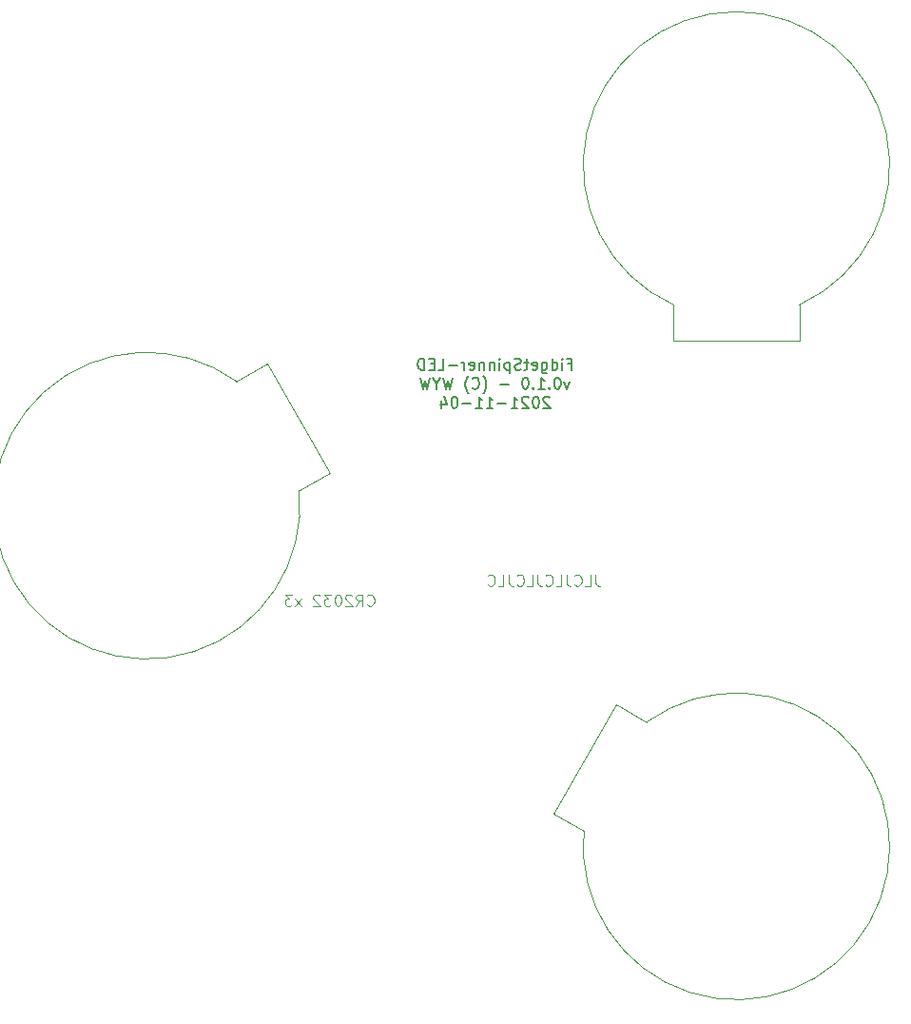
<source format=gbr>
%TF.GenerationSoftware,KiCad,Pcbnew,(5.1.9-0-10_14)*%
%TF.CreationDate,2021-08-30T14:03:39+08:00*%
%TF.ProjectId,FidgetSpinner,46696467-6574-4537-9069-6e6e65722e6b,rev?*%
%TF.SameCoordinates,Original*%
%TF.FileFunction,Legend,Bot*%
%TF.FilePolarity,Positive*%
%FSLAX46Y46*%
G04 Gerber Fmt 4.6, Leading zero omitted, Abs format (unit mm)*
G04 Created by KiCad (PCBNEW (5.1.9-0-10_14)) date 2021-08-30 14:03:39*
%MOMM*%
%LPD*%
G01*
G04 APERTURE LIST*
%ADD10C,0.200000*%
%ADD11C,0.100000*%
%ADD12C,0.120000*%
G04 APERTURE END LIST*
D10*
X102512000Y-87382571D02*
X102845333Y-87382571D01*
X102845333Y-87906380D02*
X102845333Y-86906380D01*
X102369142Y-86906380D01*
X101988190Y-87906380D02*
X101988190Y-87239714D01*
X101988190Y-86906380D02*
X102035809Y-86954000D01*
X101988190Y-87001619D01*
X101940571Y-86954000D01*
X101988190Y-86906380D01*
X101988190Y-87001619D01*
X101083428Y-87906380D02*
X101083428Y-86906380D01*
X101083428Y-87858761D02*
X101178666Y-87906380D01*
X101369142Y-87906380D01*
X101464380Y-87858761D01*
X101512000Y-87811142D01*
X101559619Y-87715904D01*
X101559619Y-87430190D01*
X101512000Y-87334952D01*
X101464380Y-87287333D01*
X101369142Y-87239714D01*
X101178666Y-87239714D01*
X101083428Y-87287333D01*
X100178666Y-87239714D02*
X100178666Y-88049238D01*
X100226285Y-88144476D01*
X100273904Y-88192095D01*
X100369142Y-88239714D01*
X100512000Y-88239714D01*
X100607238Y-88192095D01*
X100178666Y-87858761D02*
X100273904Y-87906380D01*
X100464380Y-87906380D01*
X100559619Y-87858761D01*
X100607238Y-87811142D01*
X100654857Y-87715904D01*
X100654857Y-87430190D01*
X100607238Y-87334952D01*
X100559619Y-87287333D01*
X100464380Y-87239714D01*
X100273904Y-87239714D01*
X100178666Y-87287333D01*
X99321523Y-87858761D02*
X99416761Y-87906380D01*
X99607238Y-87906380D01*
X99702476Y-87858761D01*
X99750095Y-87763523D01*
X99750095Y-87382571D01*
X99702476Y-87287333D01*
X99607238Y-87239714D01*
X99416761Y-87239714D01*
X99321523Y-87287333D01*
X99273904Y-87382571D01*
X99273904Y-87477809D01*
X99750095Y-87573047D01*
X98988190Y-87239714D02*
X98607238Y-87239714D01*
X98845333Y-86906380D02*
X98845333Y-87763523D01*
X98797714Y-87858761D01*
X98702476Y-87906380D01*
X98607238Y-87906380D01*
X98321523Y-87858761D02*
X98178666Y-87906380D01*
X97940571Y-87906380D01*
X97845333Y-87858761D01*
X97797714Y-87811142D01*
X97750095Y-87715904D01*
X97750095Y-87620666D01*
X97797714Y-87525428D01*
X97845333Y-87477809D01*
X97940571Y-87430190D01*
X98131047Y-87382571D01*
X98226285Y-87334952D01*
X98273904Y-87287333D01*
X98321523Y-87192095D01*
X98321523Y-87096857D01*
X98273904Y-87001619D01*
X98226285Y-86954000D01*
X98131047Y-86906380D01*
X97892952Y-86906380D01*
X97750095Y-86954000D01*
X97321523Y-87239714D02*
X97321523Y-88239714D01*
X97321523Y-87287333D02*
X97226285Y-87239714D01*
X97035809Y-87239714D01*
X96940571Y-87287333D01*
X96892952Y-87334952D01*
X96845333Y-87430190D01*
X96845333Y-87715904D01*
X96892952Y-87811142D01*
X96940571Y-87858761D01*
X97035809Y-87906380D01*
X97226285Y-87906380D01*
X97321523Y-87858761D01*
X96416761Y-87906380D02*
X96416761Y-87239714D01*
X96416761Y-86906380D02*
X96464380Y-86954000D01*
X96416761Y-87001619D01*
X96369142Y-86954000D01*
X96416761Y-86906380D01*
X96416761Y-87001619D01*
X95940571Y-87239714D02*
X95940571Y-87906380D01*
X95940571Y-87334952D02*
X95892952Y-87287333D01*
X95797714Y-87239714D01*
X95654857Y-87239714D01*
X95559619Y-87287333D01*
X95512000Y-87382571D01*
X95512000Y-87906380D01*
X95035809Y-87239714D02*
X95035809Y-87906380D01*
X95035809Y-87334952D02*
X94988190Y-87287333D01*
X94892952Y-87239714D01*
X94750095Y-87239714D01*
X94654857Y-87287333D01*
X94607238Y-87382571D01*
X94607238Y-87906380D01*
X93750095Y-87858761D02*
X93845333Y-87906380D01*
X94035809Y-87906380D01*
X94131047Y-87858761D01*
X94178666Y-87763523D01*
X94178666Y-87382571D01*
X94131047Y-87287333D01*
X94035809Y-87239714D01*
X93845333Y-87239714D01*
X93750095Y-87287333D01*
X93702476Y-87382571D01*
X93702476Y-87477809D01*
X94178666Y-87573047D01*
X93273904Y-87906380D02*
X93273904Y-87239714D01*
X93273904Y-87430190D02*
X93226285Y-87334952D01*
X93178666Y-87287333D01*
X93083428Y-87239714D01*
X92988190Y-87239714D01*
X92654857Y-87525428D02*
X91892952Y-87525428D01*
X90940571Y-87906380D02*
X91416761Y-87906380D01*
X91416761Y-86906380D01*
X90607238Y-87382571D02*
X90273904Y-87382571D01*
X90131047Y-87906380D02*
X90607238Y-87906380D01*
X90607238Y-86906380D01*
X90131047Y-86906380D01*
X89702476Y-87906380D02*
X89702476Y-86906380D01*
X89464380Y-86906380D01*
X89321523Y-86954000D01*
X89226285Y-87049238D01*
X89178666Y-87144476D01*
X89131047Y-87334952D01*
X89131047Y-87477809D01*
X89178666Y-87668285D01*
X89226285Y-87763523D01*
X89321523Y-87858761D01*
X89464380Y-87906380D01*
X89702476Y-87906380D01*
X102654857Y-88939714D02*
X102416761Y-89606380D01*
X102178666Y-88939714D01*
X101607238Y-88606380D02*
X101512000Y-88606380D01*
X101416761Y-88654000D01*
X101369142Y-88701619D01*
X101321523Y-88796857D01*
X101273904Y-88987333D01*
X101273904Y-89225428D01*
X101321523Y-89415904D01*
X101369142Y-89511142D01*
X101416761Y-89558761D01*
X101512000Y-89606380D01*
X101607238Y-89606380D01*
X101702476Y-89558761D01*
X101750095Y-89511142D01*
X101797714Y-89415904D01*
X101845333Y-89225428D01*
X101845333Y-88987333D01*
X101797714Y-88796857D01*
X101750095Y-88701619D01*
X101702476Y-88654000D01*
X101607238Y-88606380D01*
X100845333Y-89511142D02*
X100797714Y-89558761D01*
X100845333Y-89606380D01*
X100892952Y-89558761D01*
X100845333Y-89511142D01*
X100845333Y-89606380D01*
X99845333Y-89606380D02*
X100416761Y-89606380D01*
X100131047Y-89606380D02*
X100131047Y-88606380D01*
X100226285Y-88749238D01*
X100321523Y-88844476D01*
X100416761Y-88892095D01*
X99416761Y-89511142D02*
X99369142Y-89558761D01*
X99416761Y-89606380D01*
X99464380Y-89558761D01*
X99416761Y-89511142D01*
X99416761Y-89606380D01*
X98750095Y-88606380D02*
X98654857Y-88606380D01*
X98559619Y-88654000D01*
X98512000Y-88701619D01*
X98464380Y-88796857D01*
X98416761Y-88987333D01*
X98416761Y-89225428D01*
X98464380Y-89415904D01*
X98512000Y-89511142D01*
X98559619Y-89558761D01*
X98654857Y-89606380D01*
X98750095Y-89606380D01*
X98845333Y-89558761D01*
X98892952Y-89511142D01*
X98940571Y-89415904D01*
X98988190Y-89225428D01*
X98988190Y-88987333D01*
X98940571Y-88796857D01*
X98892952Y-88701619D01*
X98845333Y-88654000D01*
X98750095Y-88606380D01*
X97226285Y-89225428D02*
X96464380Y-89225428D01*
X94940571Y-89987333D02*
X94988190Y-89939714D01*
X95083428Y-89796857D01*
X95131047Y-89701619D01*
X95178666Y-89558761D01*
X95226285Y-89320666D01*
X95226285Y-89130190D01*
X95178666Y-88892095D01*
X95131047Y-88749238D01*
X95083428Y-88654000D01*
X94988190Y-88511142D01*
X94940571Y-88463523D01*
X93988190Y-89511142D02*
X94035809Y-89558761D01*
X94178666Y-89606380D01*
X94273904Y-89606380D01*
X94416761Y-89558761D01*
X94512000Y-89463523D01*
X94559619Y-89368285D01*
X94607238Y-89177809D01*
X94607238Y-89034952D01*
X94559619Y-88844476D01*
X94512000Y-88749238D01*
X94416761Y-88654000D01*
X94273904Y-88606380D01*
X94178666Y-88606380D01*
X94035809Y-88654000D01*
X93988190Y-88701619D01*
X93654857Y-89987333D02*
X93607238Y-89939714D01*
X93512000Y-89796857D01*
X93464380Y-89701619D01*
X93416761Y-89558761D01*
X93369142Y-89320666D01*
X93369142Y-89130190D01*
X93416761Y-88892095D01*
X93464380Y-88749238D01*
X93512000Y-88654000D01*
X93607238Y-88511142D01*
X93654857Y-88463523D01*
X92226285Y-88606380D02*
X91988190Y-89606380D01*
X91797714Y-88892095D01*
X91607238Y-89606380D01*
X91369142Y-88606380D01*
X90797714Y-89130190D02*
X90797714Y-89606380D01*
X91131047Y-88606380D02*
X90797714Y-89130190D01*
X90464380Y-88606380D01*
X90226285Y-88606380D02*
X89988190Y-89606380D01*
X89797714Y-88892095D01*
X89607238Y-89606380D01*
X89369142Y-88606380D01*
X100869142Y-90401619D02*
X100821523Y-90354000D01*
X100726285Y-90306380D01*
X100488190Y-90306380D01*
X100392952Y-90354000D01*
X100345333Y-90401619D01*
X100297714Y-90496857D01*
X100297714Y-90592095D01*
X100345333Y-90734952D01*
X100916761Y-91306380D01*
X100297714Y-91306380D01*
X99678666Y-90306380D02*
X99583428Y-90306380D01*
X99488190Y-90354000D01*
X99440571Y-90401619D01*
X99392952Y-90496857D01*
X99345333Y-90687333D01*
X99345333Y-90925428D01*
X99392952Y-91115904D01*
X99440571Y-91211142D01*
X99488190Y-91258761D01*
X99583428Y-91306380D01*
X99678666Y-91306380D01*
X99773904Y-91258761D01*
X99821523Y-91211142D01*
X99869142Y-91115904D01*
X99916761Y-90925428D01*
X99916761Y-90687333D01*
X99869142Y-90496857D01*
X99821523Y-90401619D01*
X99773904Y-90354000D01*
X99678666Y-90306380D01*
X98964380Y-90401619D02*
X98916761Y-90354000D01*
X98821523Y-90306380D01*
X98583428Y-90306380D01*
X98488190Y-90354000D01*
X98440571Y-90401619D01*
X98392952Y-90496857D01*
X98392952Y-90592095D01*
X98440571Y-90734952D01*
X99012000Y-91306380D01*
X98392952Y-91306380D01*
X97440571Y-91306380D02*
X98012000Y-91306380D01*
X97726285Y-91306380D02*
X97726285Y-90306380D01*
X97821523Y-90449238D01*
X97916761Y-90544476D01*
X98012000Y-90592095D01*
X97012000Y-90925428D02*
X96250095Y-90925428D01*
X95250095Y-91306380D02*
X95821523Y-91306380D01*
X95535809Y-91306380D02*
X95535809Y-90306380D01*
X95631047Y-90449238D01*
X95726285Y-90544476D01*
X95821523Y-90592095D01*
X94297714Y-91306380D02*
X94869142Y-91306380D01*
X94583428Y-91306380D02*
X94583428Y-90306380D01*
X94678666Y-90449238D01*
X94773904Y-90544476D01*
X94869142Y-90592095D01*
X93869142Y-90925428D02*
X93107238Y-90925428D01*
X92440571Y-90306380D02*
X92345333Y-90306380D01*
X92250095Y-90354000D01*
X92202476Y-90401619D01*
X92154857Y-90496857D01*
X92107238Y-90687333D01*
X92107238Y-90925428D01*
X92154857Y-91115904D01*
X92202476Y-91211142D01*
X92250095Y-91258761D01*
X92345333Y-91306380D01*
X92440571Y-91306380D01*
X92535809Y-91258761D01*
X92583428Y-91211142D01*
X92631047Y-91115904D01*
X92678666Y-90925428D01*
X92678666Y-90687333D01*
X92631047Y-90496857D01*
X92583428Y-90401619D01*
X92535809Y-90354000D01*
X92440571Y-90306380D01*
X91250095Y-90639714D02*
X91250095Y-91306380D01*
X91488190Y-90258761D02*
X91726285Y-90973047D01*
X91107238Y-90973047D01*
D11*
X104949047Y-106132380D02*
X104949047Y-106846666D01*
X104996666Y-106989523D01*
X105091904Y-107084761D01*
X105234761Y-107132380D01*
X105330000Y-107132380D01*
X103996666Y-107132380D02*
X104472857Y-107132380D01*
X104472857Y-106132380D01*
X103091904Y-107037142D02*
X103139523Y-107084761D01*
X103282380Y-107132380D01*
X103377619Y-107132380D01*
X103520476Y-107084761D01*
X103615714Y-106989523D01*
X103663333Y-106894285D01*
X103710952Y-106703809D01*
X103710952Y-106560952D01*
X103663333Y-106370476D01*
X103615714Y-106275238D01*
X103520476Y-106180000D01*
X103377619Y-106132380D01*
X103282380Y-106132380D01*
X103139523Y-106180000D01*
X103091904Y-106227619D01*
X102377619Y-106132380D02*
X102377619Y-106846666D01*
X102425238Y-106989523D01*
X102520476Y-107084761D01*
X102663333Y-107132380D01*
X102758571Y-107132380D01*
X101425238Y-107132380D02*
X101901428Y-107132380D01*
X101901428Y-106132380D01*
X100520476Y-107037142D02*
X100568095Y-107084761D01*
X100710952Y-107132380D01*
X100806190Y-107132380D01*
X100949047Y-107084761D01*
X101044285Y-106989523D01*
X101091904Y-106894285D01*
X101139523Y-106703809D01*
X101139523Y-106560952D01*
X101091904Y-106370476D01*
X101044285Y-106275238D01*
X100949047Y-106180000D01*
X100806190Y-106132380D01*
X100710952Y-106132380D01*
X100568095Y-106180000D01*
X100520476Y-106227619D01*
X99806190Y-106132380D02*
X99806190Y-106846666D01*
X99853809Y-106989523D01*
X99949047Y-107084761D01*
X100091904Y-107132380D01*
X100187142Y-107132380D01*
X98853809Y-107132380D02*
X99330000Y-107132380D01*
X99330000Y-106132380D01*
X97949047Y-107037142D02*
X97996666Y-107084761D01*
X98139523Y-107132380D01*
X98234761Y-107132380D01*
X98377619Y-107084761D01*
X98472857Y-106989523D01*
X98520476Y-106894285D01*
X98568095Y-106703809D01*
X98568095Y-106560952D01*
X98520476Y-106370476D01*
X98472857Y-106275238D01*
X98377619Y-106180000D01*
X98234761Y-106132380D01*
X98139523Y-106132380D01*
X97996666Y-106180000D01*
X97949047Y-106227619D01*
X97234761Y-106132380D02*
X97234761Y-106846666D01*
X97282380Y-106989523D01*
X97377619Y-107084761D01*
X97520476Y-107132380D01*
X97615714Y-107132380D01*
X96282380Y-107132380D02*
X96758571Y-107132380D01*
X96758571Y-106132380D01*
X95377619Y-107037142D02*
X95425238Y-107084761D01*
X95568095Y-107132380D01*
X95663333Y-107132380D01*
X95806190Y-107084761D01*
X95901428Y-106989523D01*
X95949047Y-106894285D01*
X95996666Y-106703809D01*
X95996666Y-106560952D01*
X95949047Y-106370476D01*
X95901428Y-106275238D01*
X95806190Y-106180000D01*
X95663333Y-106132380D01*
X95568095Y-106132380D01*
X95425238Y-106180000D01*
X95377619Y-106227619D01*
X84637142Y-108815142D02*
X84684761Y-108862761D01*
X84827619Y-108910380D01*
X84922857Y-108910380D01*
X85065714Y-108862761D01*
X85160952Y-108767523D01*
X85208571Y-108672285D01*
X85256190Y-108481809D01*
X85256190Y-108338952D01*
X85208571Y-108148476D01*
X85160952Y-108053238D01*
X85065714Y-107958000D01*
X84922857Y-107910380D01*
X84827619Y-107910380D01*
X84684761Y-107958000D01*
X84637142Y-108005619D01*
X83637142Y-108910380D02*
X83970476Y-108434190D01*
X84208571Y-108910380D02*
X84208571Y-107910380D01*
X83827619Y-107910380D01*
X83732380Y-107958000D01*
X83684761Y-108005619D01*
X83637142Y-108100857D01*
X83637142Y-108243714D01*
X83684761Y-108338952D01*
X83732380Y-108386571D01*
X83827619Y-108434190D01*
X84208571Y-108434190D01*
X83256190Y-108005619D02*
X83208571Y-107958000D01*
X83113333Y-107910380D01*
X82875238Y-107910380D01*
X82780000Y-107958000D01*
X82732380Y-108005619D01*
X82684761Y-108100857D01*
X82684761Y-108196095D01*
X82732380Y-108338952D01*
X83303809Y-108910380D01*
X82684761Y-108910380D01*
X82065714Y-107910380D02*
X81970476Y-107910380D01*
X81875238Y-107958000D01*
X81827619Y-108005619D01*
X81780000Y-108100857D01*
X81732380Y-108291333D01*
X81732380Y-108529428D01*
X81780000Y-108719904D01*
X81827619Y-108815142D01*
X81875238Y-108862761D01*
X81970476Y-108910380D01*
X82065714Y-108910380D01*
X82160952Y-108862761D01*
X82208571Y-108815142D01*
X82256190Y-108719904D01*
X82303809Y-108529428D01*
X82303809Y-108291333D01*
X82256190Y-108100857D01*
X82208571Y-108005619D01*
X82160952Y-107958000D01*
X82065714Y-107910380D01*
X81399047Y-107910380D02*
X80780000Y-107910380D01*
X81113333Y-108291333D01*
X80970476Y-108291333D01*
X80875238Y-108338952D01*
X80827619Y-108386571D01*
X80780000Y-108481809D01*
X80780000Y-108719904D01*
X80827619Y-108815142D01*
X80875238Y-108862761D01*
X80970476Y-108910380D01*
X81256190Y-108910380D01*
X81351428Y-108862761D01*
X81399047Y-108815142D01*
X80399047Y-108005619D02*
X80351428Y-107958000D01*
X80256190Y-107910380D01*
X80018095Y-107910380D01*
X79922857Y-107958000D01*
X79875238Y-108005619D01*
X79827619Y-108100857D01*
X79827619Y-108196095D01*
X79875238Y-108338952D01*
X80446666Y-108910380D01*
X79827619Y-108910380D01*
X78732380Y-108910380D02*
X78208571Y-108243714D01*
X78732380Y-108243714D02*
X78208571Y-108910380D01*
X77922857Y-107910380D02*
X77303809Y-107910380D01*
X77637142Y-108291333D01*
X77494285Y-108291333D01*
X77399047Y-108338952D01*
X77351428Y-108386571D01*
X77303809Y-108481809D01*
X77303809Y-108719904D01*
X77351428Y-108815142D01*
X77399047Y-108862761D01*
X77494285Y-108910380D01*
X77780000Y-108910380D01*
X77875238Y-108862761D01*
X77922857Y-108815142D01*
D12*
%TO.C,BT3*%
X111890000Y-82125000D02*
G75*
G02*
X123110000Y-82125000I5610000J12435000D01*
G01*
X123110000Y-85300000D02*
X123110000Y-82125000D01*
X111890000Y-85300000D02*
X123110000Y-85300000D01*
X111890000Y-82125000D02*
X111890000Y-85300000D01*
%TO.C,BT2*%
X109535974Y-119234098D02*
G75*
G02*
X103925974Y-128950903I7964026J-11075902D01*
G01*
X101176343Y-127363403D02*
X103925974Y-128950903D01*
X106786343Y-117646597D02*
X101176343Y-127363403D01*
X109535974Y-119234097D02*
X106786343Y-117646597D01*
%TO.C,BT1*%
X78574026Y-98640902D02*
G75*
G02*
X72964026Y-88924097I-13574026J-1359098D01*
G01*
X75713657Y-87336597D02*
X72964026Y-88924097D01*
X81323657Y-97053403D02*
X75713657Y-87336597D01*
X78574026Y-98640903D02*
X81323657Y-97053403D01*
%TD*%
M02*

</source>
